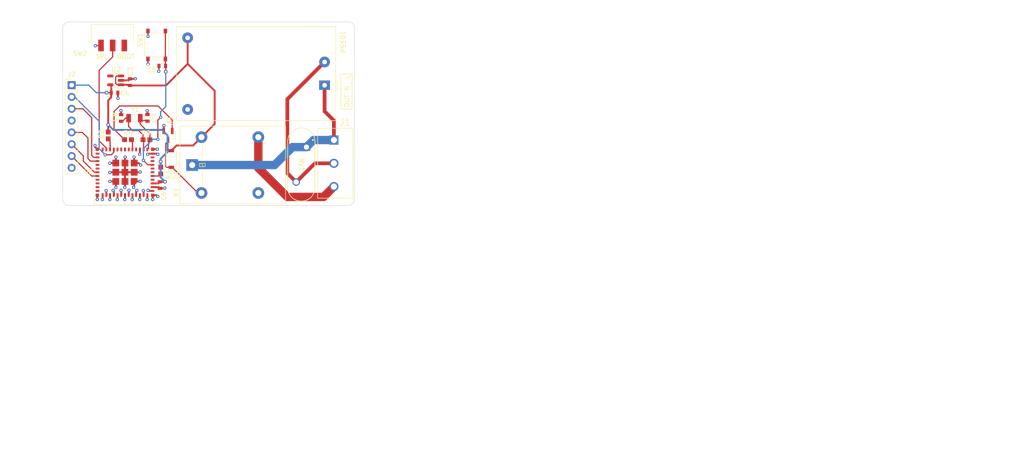
<source format=kicad_pcb>
(kicad_pcb (version 20221018) (generator pcbnew)
  (layers (0 "F.Cu" signal "L1_TOP.Cu") (1 "In1.Cu" signal "L2_GND.Cu") (2 "In2.Cu" signal "L3_GND.Cu") (31 "B.Cu" signal "L4_GND.Cu") (34 "B.Paste" user) (35 "F.Paste" user) (36 "B.SilkS" user "B.Silkscreen") (37 "F.SilkS" user "F.Silkscreen") (38 "B.Mask" user) (39 "F.Mask" user) (44 "Edge.Cuts" user))
  (net 0 "")
  (net 1 "+5V")
  (net 2 "GND")
  (net 3 "+3V3")
  (net 4 "/EN")
  (net 5 "/32K_IN")
  (net 6 "/32K_OUT")
  (net 7 "Net-(D1-A)")
  (net 8 "/AC_IN_L")
  (net 9 "/AC_IN_N")
  (net 13 "/RXD0")
  (net 14 "/TXD0")
  (net 15 "/IO10")
  (net 16 "/IO18")
  (net 17 "/IO19")
  (net 18 "/AC_OUT_L")
  (net 20 "/AC_ON")
  (net 21 "/IO8")
  (net 22 "/IO2")
  (net 24 "/IO9")
  (net 41 "/IO7")
  (footprint "parts:RESC1607X60N" (layer "F.Cu") (at 65.524985 92.645066 -90)
    (fp_text reference "R3" (at 0.965 -1.775 -90) (layer "F.SilkS"))
    (fp_text value "10K")
    (pad "1" smd rect (at -0.735 0 270) (size 1.04 1.02) (layers "F.Cu" "F.Paste" "F.Mask") (net 3 "+3V3"))
    (pad "2" smd rect (at 0.735 0 270) (size 1.04 1.02) (layers "F.Cu" "F.Paste" "F.Mask") (net 22 "/IO2"))
  )
  (footprint "parts:CAPC1608X90N_SAMSUNG" (layer "F.Cu") (at 57.024985 81.335066 90)
    (fp_text reference "C8" (at 0.225 -1.325 90) (layer "F.SilkS"))
    (fp_text value "6P")
    (pad "1" smd rect (at -0.7112 0 90) (size 0.6604 0.9398) (layers "F.Cu" "F.Paste" "F.Mask") (net 6 "/32K_OUT"))
    (pad "2" smd rect (at 0.7112 0 90) (size 0.6604 0.9398) (layers "F.Cu" "F.Paste" "F.Mask") (net 2 "GND"))
  )
  (footprint "parts:RESC1607X60N" (layer "F.Cu") (at 62.454985 86.010066)
    (fp_text reference "R5" (at -0.155 -1.4) (layer "F.SilkS"))
    (fp_text value "10K")
    (pad "1" smd rect (at -0.735 0) (size 1.04 1.02) (layers "F.Cu" "F.Paste" "F.Mask") (net 6 "/32K_OUT"))
    (pad "2" smd rect (at 0.735 0) (size 1.04 1.02) (layers "F.Cu" "F.Paste" "F.Mask") (net 5 "/32K_IN"))
  )
  (footprint "MountingHole:MountingHole_2.7mm_M2.5" (layer "F.Cu") (at 47.299985 63.510066)
    (fp_text reference "H1" hide)
    (fp_text value "MountingHole" hide)
    (pad "" np_thru_hole circle (at 0 0) (size 2.7 2.7) (drill 2.7) (layers "*.Cu" "*.Mask"))
  )
  (footprint "parts:CAPC1608X90N_SAMSUNG" (layer "F.Cu") (at 65.849985 70.160066 180)
    (fp_text reference "C5" (at 2.25 -0.85 180) (layer "F.SilkS"))
    (fp_text value "1u")
    (pad "1" smd rect (at -0.7112 0 180) (size 0.6604 0.9398) (layers "F.Cu" "F.Paste" "F.Mask") (net 4 "/EN"))
    (pad "2" smd rect (at 0.7112 0 180) (size 0.6604 0.9398) (layers "F.Cu" "F.Paste" "F.Mask") (net 2 "GND"))
  )
  (footprint "parts:SW_TS-1187A-B-A-B" (layer "F.Cu") (at 64.649985 65.660066 90)
    (fp_text reference "SW1" (at 1.05 -3.55 90) (layer "F.SilkS"))
    (fp_text value "TS-1187A-B-A-B" hide)
    (pad "A" smd rect (at -3 -1.875 90) (size 1 0.75) (layers "F.Cu" "F.Paste" "F.Mask") (net 2 "GND"))
    (pad "B" smd rect (at 3 -1.875 90) (size 1 0.75) (layers "F.Cu" "F.Paste" "F.Mask") (net 2 "GND"))
    (pad "C" smd rect (at -3 1.875 90) (size 1 0.75) (layers "F.Cu" "F.Paste" "F.Mask") (net 4 "/EN"))
    (pad "D" smd rect (at 3 1.875 90) (size 1 0.75) (layers "F.Cu" "F.Paste" "F.Mask") (net 4 "/EN"))
  )
  (footprint "parts:CAPC1608X90N_SAMSUNG" (layer "F.Cu") (at 55.601285 75.935066)
    (fp_text reference "C4" (at 2.1987 0.075) (layer "F.SilkS"))
    (fp_text value "1u")
    (pad "1" smd rect (at -0.7112 0) (size 0.6604 0.9398) (layers "F.Cu" "F.Paste" "F.Mask") (net 3 "+3V3"))
    (pad "2" smd rect (at 0.7112 0) (size 0.6604 0.9398) (layers "F.Cu" "F.Paste" "F.Mask") (net 2 "GND"))
  )
  (footprint "parts:CR_SOD-123FL_SME" (layer "F.Cu") (at 67.799985 90.160066 -90)
    (fp_text reference "D1" (at 3.45 -0.9 90 unlocked) (layer "F.SilkS"))
    (fp_text value "1N4007FL" hide)
    (pad "1" smd rect (at -1.7907 0 270) (size 0.6858 1.1938) (layers "F.Cu" "F.Paste" "F.Mask") (net 1 "+5V"))
    (pad "2" smd rect (at 1.7907 0 270) (size 0.6858 1.1938) (layers "F.Cu" "F.Paste" "F.Mask") (net 7 "Net-(D1-A)"))
  )
  (footprint "parts:VARS_B72214S_15P5X5P6-7P5-2P2_TDK" (layer "F.Cu") (at 95.699985 91.360066 -90)
    (fp_text reference "RV1" (at 0 0 -90 unlocked) (layer "F.SilkS"))
    (fp_text value "S14K350" hide)
    (pad "1" thru_hole rect (at -3.75 -1.1 270) (size 1.6002 1.6002) (drill 1.0922) (layers "*.Cu" "*.Mask") (net 8 "/AC_IN_L"))
    (pad "2" thru_hole circle (at 3.75 1.1 270) (size 1.6002 1.6002) (drill 1.0922) (layers "*.Cu" "*.Mask") (net 9 "/AC_IN_N"))
  )
  (footprint "parts:CUI_TB002-500-03BE" (layer "F.Cu") (at 102.699985 86.085066 -90)
    (fp_text reference "J1" (at -3.775 -2.4) (layer "F.SilkS") (effects (font (size 1.4 1.4))))
    (fp_text value "TB002-500-03BE" hide)
    (pad "1" thru_hole rect (at 0 0 270) (size 1.95 1.95) (drill 1.3) (layers "*.Cu" "*.Mask") (net 8 "/AC_IN_L"))
    (pad "2" thru_hole circle (at 5 0 270) (size 1.95 1.95) (drill 1.3) (layers "*.Cu" "*.Mask") (net 9 "/AC_IN_N"))
    (pad "3" thru_hole circle (at 10 0 270) (size 1.95 1.95) (drill 1.3) (layers "*.Cu" "*.Mask") (net 18 "/AC_OUT_L"))
  )
  (footprint "parts:CAPC1608X90N_SAMSUNG" (layer "F.Cu") (at 58.912485 73.646266 90)
    (fp_text reference "C3" (at 2.3362 0.0875 90) (layer "F.SilkS"))
    (fp_text value "1u")
    (pad "1" smd rect (at -0.7112 0 90) (size 0.6604 0.9398) (layers "F.Cu" "F.Paste" "F.Mask") (net 1 "+5V"))
    (pad "2" smd rect (at 0.7112 0 90) (size 0.6604 0.9398) (layers "F.Cu" "F.Paste" "F.Mask") (net 2 "GND"))
  )
  (footprint "parts:CAPC1608X90N_SAMSUNG" (layer "F.Cu") (at 65.349985 95.760066 -90)
    (fp_text reference "C6" (at 2.35 -0.85 -90) (layer "F.SilkS"))
    (fp_text value "1u")
    (pad "1" smd rect (at -0.7112 0 270) (size 0.6604 0.9398) (layers "F.Cu" "F.Paste" "F.Mask") (net 3 "+3V3"))
    (pad "2" smd rect (at 0.7112 0 270) (size 0.6604 0.9398) (layers "F.Cu" "F.Paste" "F.Mask") (net 2 "GND"))
  )
  (footprint "parts:SW_JS102011SAQN" (layer "F.Cu") (at 55.199985 63.010066 180)
    (fp_text reference "SW2" (at 7 -4.5) (layer "F.SilkS"))
    (fp_text value "SW_SPDT" hide)
    (pad "" np_thru_hole circle (at -3.4 0 180) (size 1 1) (drill 1) (layers "*.Cu" "*.Mask"))
    (pad "" np_thru_hole circle (at 3.4 0 180) (size 1 1) (drill 1) (layers "*.Cu" "*.Mask"))
    (pad "1" smd rect (at -2.5 -2.75 180) (size 1.2 2.5) (layers "F.Cu" "F.Paste" "F.Mask"))
    (pad "2" smd rect (at 0 -2.75 180) (size 1.2 2.5) (layers "F.Cu" "F.Paste" "F.Mask") (net 24 "/IO9"))
    (pad "3" smd rect (at 2.5 -2.75 180) (size 1.2 2.5) (layers "F.Cu" "F.Paste" "F.Mask") (net 2 "GND"))
  )
  (footprint "parts:RESC1607X60N" (layer "F.Cu") (at 54.249985 85.100066 -90)
    (fp_text reference "R2" (at -0.26 1.45 -90) (layer "F.SilkS"))
    (fp_text value "10K")
    (pad "1" smd rect (at -0.735 0 270) (size 1.04 1.02) (layers "F.Cu" "F.Paste" "F.Mask") (net 3 "+3V3"))
    (pad "2" smd rect (at 0.735 0 270) (size 1.04 1.02) (layers "F.Cu" "F.Paste" "F.Mask") (net 21 "/IO8"))
  )
  (footprint "Converter_ACDC:Converter_ACDC_HiLink_HLK-PMxx" (layer "F.Cu") (at 100.699985 74.310066 180)
    (fp_text reference "PS101" (at -4 9.3 270) (layer "F.SilkS"))
    (fp_text value "HLK-PM01" hide)
    (pad "1" thru_hole rect (at 0 0 180) (size 2.3 2) (drill 1) (layers "*.Cu" "*.Mask") (net 8 "/AC_IN_L"))
    (pad "2" thru_hole circle (at 0 5 180) (size 2.3 2.3) (drill 1) (layers "*.Cu" "*.Mask") (net 9 "/AC_IN_N"))
    (pad "3" thru_hole circle (at 29.4 -5.2 180) (size 2.3 2.3) (drill 1) (layers "*.Cu" "*.Mask") (net 2 "GND"))
    (pad "4" thru_hole circle (at 29.4 10.2 180) (size 2.3 2.3) (drill 1) (layers "*.Cu" "*.Mask") (net 1 "+5V"))
  )
  (footprint "Connector_PinHeader_2.54mm:PinHeader_1x08_P2.54mm_Vertical" (layer "F.Cu") (at 46.399985 74.285066)
    (fp_text reference "J2" (at 0 -2.33) (layer "F.SilkS"))
    (fp_text value "Conn_01x14" hide)
    (pad "1" thru_hole rect (at 0 0) (size 1.7 1.7) (drill 1) (layers "*.Cu" "*.Mask") (net 3 "+3V3"))
    (pad "2" thru_hole oval (at 0 2.54) (size 1.7 1.7) (drill 1) (layers "*.Cu" "*.Mask") (net 41 "/IO7"))
    (pad "3" thru_hole oval (at 0 5.08) (size 1.7 1.7) (drill 1) (layers "*.Cu" "*.Mask") (net 16 "/IO18"))
    (pad "4" thru_hole oval (at 0 7.62) (size 1.7 1.7) (drill 1) (layers "*.Cu" "*.Mask") (net 2 "GND"))
    (pad "5" thru_hole oval (at 0 10.16) (size 1.7 1.7) (drill 1) (layers "*.Cu" "*.Mask") (net 17 "/IO19"))
    (pad "6" thru_hole oval (at 0 12.7) (size 1.7 1.7) (drill 1) (layers "*.Cu" "*.Mask") (net 13 "/RXD0"))
    (pad "7" thru_hole oval (at 0 15.24) (size 1.7 1.7) (drill 1) (layers "*.Cu" "*.Mask") (net 14 "/TXD0"))
    (pad "8" thru_hole oval (at 0 17.78) (size 1.7 1.7) (drill 1) (layers "*.Cu" "*.Mask") (net 2 "GND"))
  )
  (footprint "parts:XCVR_ESP32-C3-MINI-1U-N4" (layer "F.Cu") (at 57.849985 93.010066 180)
    (fp_text reference "U3" (at 7.85 0.1 180) (layer "F.SilkS"))
    (fp_text value "ESP32-C3-MINI-1U-H4" hide)
    (pad "1" smd rect (at -5.9 -4 180) (size 0.8 0.4) (layers "F.Cu" "F.Paste" "F.Mask") (net 2 "GND"))
    (pad "2" smd rect (at -5.9 -3.2 180) (size 0.8 0.4) (layers "F.Cu" "F.Paste" "F.Mask") (net 2 "GND"))
    (pad "3" smd rect (at -5.9 -2.4 180) (size 0.8 0.4) (layers "F.Cu" "F.Paste" "F.Mask") (net 3 "+3V3"))
    (pad "4" smd rect (at -5.9 -1.6 180) (size 0.8 0.4) (layers "F.Cu" "F.Paste" "F.Mask"))
    (pad "5" smd rect (at -5.9 -0.8 180) (size 0.8 0.4) (layers "F.Cu" "F.Paste" "F.Mask") (net 22 "/IO2"))
    (pad "6" smd rect (at -5.9 0 180) (size 0.8 0.4) (layers "F.Cu" "F.Paste" "F.Mask"))
    (pad "7" smd rect (at -5.9 0.8 180) (size 0.8 0.4) (layers "F.Cu" "F.Paste" "F.Mask"))
    (pad "8" smd rect (at -5.9 1.6 180) (size 0.8 0.4) (layers "F.Cu" "F.Paste" "F.Mask") (net 4 "/EN"))
    (pad "9" smd rect (at -5.9 2.4 180) (size 0.8 0.4) (layers "F.Cu" "F.Paste" "F.Mask"))
    (pad "10" smd rect (at -5.9 3.2 180) (size 0.8 0.4) (layers "F.Cu" "F.Paste" "F.Mask"))
    (pad "11" smd rect (at -5.9 4 180) (size 0.8 0.4) (layers "F.Cu" "F.Paste" "F.Mask") (net 2 "GND"))
    (pad "12" smd rect (at -4.8 4.9 180) (size 0.4 0.8) (layers "F.Cu" "F.Paste" "F.Mask") (net 5 "/32K_IN"))
    (pad "13" smd rect (at -4 4.9 180) (size 0.4 0.8) (layers "F.Cu" "F.Paste" "F.Mask") (net 6 "/32K_OUT"))
    (pad "14" smd rect (at -3.2 4.9 180) (size 0.4 0.8) (layers "F.Cu" "F.Paste" "F.Mask") (net 2 "GND"))
    (pad "15" smd rect (at -2.4 4.9 180) (size 0.4 0.8) (layers "F.Cu" "F.Paste" "F.Mask"))
    (pad "16" smd rect (at -1.6 4.9 180) (size 0.4 0.8) (layers "F.Cu" "F.Paste" "F.Mask") (net 15 "/IO10"))
    (pad "17" smd rect (at -0.8 4.9 180) (size 0.4 0.8) (layers "F.Cu" "F.Paste" "F.Mask"))
    (pad "18" smd rect (at 0 4.9 180) (size 0.4 0.8) (layers "F.Cu" "F.Paste" "F.Mask"))
    (pad "19" smd rect (at 0.8 4.9 180) (size 0.4 0.8) (layers "F.Cu" "F.Paste" "F.Mask"))
    (pad "20" smd rect (at 1.6 4.9 180) (size 0.4 0.8) (layers "F.Cu" "F.Paste" "F.Mask"))
    (pad "21" smd rect (at 2.4 4.9 180) (size 0.4 0.8) (layers "F.Cu" "F.Paste" "F.Mask") (net 41 "/IO7"))
    (pad "22" smd rect (at 3.2 4.9 180) (size 0.4 0.8) (layers "F.Cu" "F.Paste" "F.Mask") (net 21 "/IO8"))
    (pad "23" smd rect (at 4 4.9 180) (size 0.4 0.8) (layers "F.Cu" "F.Paste" "F.Mask") (net 24 "/IO9"))
    (pad "24" smd rect (at 4.8 4.9 180) (size 0.4 0.8) (layers "F.Cu" "F.Paste" "F.Mask"))
    (pad "25" smd rect (at 5.9 4 180) (size 0.8 0.4) (layers "F.Cu" "F.Paste" "F.Mask"))
    (pad "26" smd rect (at 5.9 3.2 180) (size 0.8 0.4) (layers "F.Cu" "F.Paste" "F.Mask") (net 16 "/IO18"))
    (pad "27" smd rect (at 5.9 2.4 180) (size 0.8 0.4) (layers "F.Cu" "F.Paste" "F.Mask") (net 17 "/IO19"))
    (pad "28" smd rect (at 5.9 1.6 180) (size 0.8 0.4) (layers "F.Cu" "F.Paste" "F.Mask"))
    (pad "29" smd rect (at 5.9 0.8 180) (size 0.8 0.4) (layers "F.Cu" "F.Paste" "F.Mask"))
    (pad "30" smd rect (at 5.9 0 180) (size 0.8 0.4) (layers "F.Cu" "F.Paste" "F.Mask") (net 13 "/RXD0"))
    (pad "31" smd rect (at 5.9 -0.8 180) (size 0.8 0.4) (layers "F.Cu" "F.Paste" "F.Mask") (net 14 "/TXD0"))
    (pad "32" smd rect (at 5.9 -1.6 180) (size 0.8 0.4) (layers "F.Cu" "F.Paste" "F.Mask"))
    (pad "33" smd rect (at 5.9 -2.4 180) (size 0.8 0.4) (layers "F.Cu" "F.Paste" "F.Mask"))
    (pad "34" smd rect (at 5.9 -3.2 180) (size 0.8 0.4) (layers "F.Cu" "F.Paste" "F.Mask"))
    (pad "35" smd rect (at 5.9 -4 180) (size 0.8 0.4) (layers "F.Cu" "F.Paste" "F.Mask"))
    (pad "36" smd rect (at 4.8 -4.9 180) (size 0.4 0.8) (layers "F.Cu" "F.Paste" "F.Mask") (net 2 "GND"))
    (pad "37" smd rect (at 4 -4.9 180) (size 0.4 0.8) (layers "F.Cu" "F.Paste" "F.Mask") (net 2 "GND"))
    (pad "38" smd rect (at 3.2 -4.9 180) (size 0.4 0.8) (layers "F.Cu" "F.Paste" "F.Mask") (net 2 "GND"))
    (pad "39" smd rect (at 2.4 -4.9 180) (size 0.4 0.8) (layers "F.Cu" "F.Paste" "F.Mask") (net 2 "GND"))
    (pad "40" smd rect (at 1.6 -4.9 180) (size 0.4 0.8) (layers "F.Cu" "F.Paste" "F.Mask") (net 2 "GND"))
    (pad "41" smd rect (at 0.8 -4.9 180) (size 0.4 0.8) (layers "F.Cu" "F.Paste" "F.Mask") (net 2 "GND"))
    (pad "42" smd rect (at 0 -4.9 180) (size 0.4 0.8) (layers "F.Cu" "F.Paste" "F.Mask") (net 2 "GND"))
    (pad "43" smd rect (at -0.8 -4.9 180) (size 0.4 0.8) (layers "F.Cu" "F.Paste" "F.Mask") (net 2 "GND"))
    (pad "44" smd rect (at -1.6 -4.9 180) (size 0.4 0.8) (layers "F.Cu" "F.Paste" "F.Mask") (net 2 "GND"))
    (pad "45" smd rect (at -2.4 -4.9 180) (size 0.4 0.8) (layers "F.Cu" "F.Paste" "F.Mask") (net 2 "GND"))
    (pad "46" smd rect (at -3.2 -4.9 180) (size 0.4 0.8) (layers "F.Cu" "F.Paste" "F.Mask") (net 2 "GND"))
    (pad "47" smd rect (at -4 -4.9 180) (size 0.4 0.8) (layers "F.Cu" "F.Paste" "F.Mask") (net 2 "GND"))
    (pad "48" smd rect (at -4.8 -4.9 180) (size 0.4 0.8) (layers "F.Cu" "F.Paste" "F.Mask") (net 2 "GND"))
    (pad "49_1" smd custom (at -1.975 -1.975 180) (size 0.6 0.6) (layers "F.Cu") (net 2 "GND") (options (clearance outline) (anchor rect)) (primitives (gr_poly (pts (xy 0.725 0.725) (xy -0.725 0.725) (xy -0.725 -0.125) (xy -0.125 -0.725) (xy 0.725 -0.725)) (width 0.01) (fill yes))))
    (pad "49_2" smd rect (at 0 -1.975 180) (size 1.45 1.45) (layers "F.Cu" "F.Paste" "F.Mask") (net 2 "GND"))
    (pad "49_3" smd rect (at 1.975 -1.975 180) (size 1.45 1.45) (layers "F.Cu" "F.Paste" "F.Mask") (net 2 "GND"))
    (pad "49_4" smd rect (at 1.975 0 180) (size 1.45 1.45) (layers "F.Cu" "F.Paste" "F.Mask") (net 2 "GND"))
    (pad "49_5" smd rect (at 1.975 1.975 180) (size 1.45 1.45) (layers "F.Cu" "F.Paste" "F.Mask") (net 2 "GND"))
    (pad "49_6" smd rect (at 0 1.975 180) (size 1.45 1.45) (layers "F.Cu" "F.Paste" "F.Mask") (net 2 "GND"))
    (pad "49_7" smd rect (at -1.975 1.975 180) (size 1.45 1.45) (layers "F.Cu" "F.Paste" "F.Mask") (net 2 "GND"))
    (pad "49_8" smd rect (at -1.975 0 180) (size 1.45 1.45) (layers "F.Cu" "F.Paste" "F.Mask") (net 2 "GND"))
    (pad "49_9" smd rect (at 0 0 180) (size 1.45 1.45) (layers "F.Cu" "F.Paste" "F.Mask") (net 2 "GND"))
    (pad "50" smd rect (at 5.95 -4.95 180) (size 0.7 0.7) (layers "F.Cu" "F.Paste" "F.Mask") (net 2 "GND"))
    (pad "51" smd rect (at 5.95 4.95 180) (size 0.7 0.7) (layers "F.Cu" "F.Paste" "F.Mask") (net 2 "GND"))
    (pad "52" smd rect (at -5.95 4.95 180) (size 0.7 0.7) (layers "F.Cu" "F.Paste" "F.Mask") (net 2 "GND"))
    (pad "53" smd rect (at -5.95 -4.95 180) (size 0.7 0.7) (layers "F.Cu" "F.Paste" "F.Mask") (net 2 "GND"))
  )
  (footprint "MountingHole:MountingHole_2.7mm_M2.5" (layer "F.Cu") (at 47.499985 97.110066)
    (fp_text reference "H2" hide)
    (fp_text value "MountingHole" hide)
    (pad "" np_thru_hole circle (at 0 0) (size 2.7 2.7) (drill 2.7) (layers "*.Cu" "*.Mask"))
  )
  (footprint "parts:CAPC1608X90N_SAMSUNG" (layer "F.Cu") (at 62.674985 81.310066 90)
    (fp_text reference "C7" (at 0 1.525 90) (layer "F.SilkS"))
    (fp_text value "6P")
    (pad "1" smd rect (at -0.7112 0 90) (size 0.6604 0.9398) (layers "F.Cu" "F.Paste" "F.Mask") (net 5 "/32K_IN"))
    (pad "2" smd rect (at 0.7112 0 90) (size 0.6604 0.9398) (layers "F.Cu" "F.Paste" "F.Mask") (net 2 "GND"))
  )
  (footprint "Relay_THT:Relay_SPDT_Omron-G5LE-1" (layer "F.Cu") (at 72.272485 91.460066 90)
    (fp_text reference "K1" (at -5.85 -3.4725 90) (layer "F.SilkS"))
    (fp_text value "G5LE-14 DC5" hide)
    (pad "1" thru_hole rect (at 0 0 90) (size 2.5 2.5) (drill 1.3) (layers "*.Cu" "*.Mask") (net 8 "/AC_IN_L"))
    (pad "2" thru_hole oval (at -6 2 90) (size 2.5 2.5) (drill 1.3) (layers "*.Cu" "*.Mask") (net 7 "Net-(D1-A)"))
    (pad "3" thru_hole oval (at -6 14.2 90) (size 2.5 2.5) (drill 1.3) (layers "*.Cu" "*.Mask"))
    (pad "4" thru_hole oval (at 6 14.2 90) (size 2.5 2.5) (drill 1.3) (layers "*.Cu" "*.Mask") (net 18 "/AC_OUT_L"))
    (pad "5" thru_hole oval (at 6 2 90) (size 2.5 2.5) (drill 1.3) (layers "*.Cu" "*.Mask") (net 1 "+5V"))
  )
  (footprint "parts:RESC1607X60N" (layer "F.Cu") (at 58.499985 86.010066)
    (fp_text reference "R4" (at 0 -1.4) (layer "F.SilkS"))
    (fp_text value "10K")
    (pad "1" smd rect (at -0.735 0) (size 1.04 1.02) (layers "F.Cu" "F.Paste" "F.Mask") (net 20 "/AC_ON"))
    (pad "2" smd rect (at 0.735 0) (size 1.04 1.02) (layers "F.Cu" "F.Paste" "F.Mask") (net 15 "/IO10"))
  )
  (footprint "parts:DMN65D8L-7_MOSFET" (layer "F.Cu") (at 67.074985 85.094666 180)
    (fp_text reference "Q1" (at -0.625 3.244666 180) (layer "F.SilkS"))
    (fp_text value "Q_NMOS_GSD" hide)
    (pad "1" smd rect (at -0.914999 0.9398 180) (size 0.568 1.309599) (layers "F.Cu" "F.Paste" "F.Mask") (net 20 "/AC_ON"))
    (pad "2" smd rect (at 0.914999 0.9398 180) (size 0.568 1.309599) (layers "F.Cu" "F.Paste" "F.Mask") (net 2 "GND"))
    (pad "3" smd rect (at 0 -0.9398 180) (size 0.568 1.309599) (layers "F.Cu" "F.Paste" "F.Mask") (net 7 "Net-(D1-A)"))
  )
  (footprint "parts:XTAL_FC-135R_32.7680KA-AG0" (layer "F.Cu") (at 59.874985 81.385066)
    (fp_text reference "Y1" (at 0.125 -1.875) (layer "F.SilkS") (effects (font (size 0.940087 0.940087))))
    (fp_text value "32K768" hide)
    (pad "1" smd rect (at -1.25 0) (size 1 1.8) (layers "F.Cu" "F.Paste" "F.Mask") (net 6 "/32K_OUT"))
    (pad "2" smd rect (at 1.25 0) (size 1 1.8) (layers "F.Cu" "F.Paste" "F.Mask") (net 5 "/32K_IN"))
  )
  (footprint "Package_TO_SOT_SMD:SOT-23-5" (layer "F.Cu") (at 55.837485 73.260066 180)
    (fp_text reference "U2" (at -0.0625 2.35 180) (layer "F.SilkS"))
    (fp_text value "AP2112K-3.3TRG1" hide)
    (pad "1" smd roundrect (at -1.1375 -0.95 180) (size 1.325 0.6) (layers "F.Cu" "F.Paste" "F.Mask") (net 1 "+5V"))
    (pad "2" smd roundrect (at -1.1375 0 180) (size 1.325 0.6) (layers "F.Cu" "F.Paste" "F.Mask") (net 2 "GND"))
    (pad "3" smd roundrect (at -1.1375 0.95 180) (size 1.325 0.6) (layers "F.Cu" "F.Paste" "F.Mask") (net 1 "+5V"))
    (pad "4" smd roundrect (at 1.1375 0.95 180) (size 1.325 0.6) (layers "F.Cu" "F.Paste" "F.Mask"))
    (pad "5" smd roundrect (at 1.1375 -0.95 180) (size 1.325 0.6) (layers "F.Cu" "F.Paste" "F.Mask") (net 3 "+3V3"))
  )
  (gr_rect (start 104.199985 71.910066) (end 106.599985 79.410066) (stroke (width 0.15)) (fill none) (layer "F.SilkS"))
  (gr_line (start 107.099984 62.003385) (end 107.110036 98.760066) (stroke (width 0.1)) (layer "Edge.Cuts"))
  (gr_arc (start 45.889934 100.160066) (mid 44.899982 99.750004) (end 44.489934 98.760066) (stroke (width 0.1)) (layer "Edge.Cuts"))
  (gr_line (start 105.710036 100.160066) (end 45.889934 100.160066) (stroke (width 0.1)) (layer "Edge.Cuts"))
  (gr_line (start 44.489934 98.760066) (end 44.489934 62.100001) (stroke (width 0.1)) (layer "Edge.Cuts"))
  (gr_arc (start 107.110036 98.760066) (mid 106.699983 99.749998) (end 105.710036 100.160066) (stroke (width 0.1)) (layer "Edge.Cuts"))
  (gr_line (start 45.889934 60.700001) (end 105.899985 60.710066) (stroke (width 0.1)) (layer "Edge.Cuts"))
  (gr_arc (start 105.899985 60.710066) (mid 106.782123 61.094945) (end 107.099984 62.003385) (stroke (width 0.1)) (layer "Edge.Cuts"))
  (gr_arc (start 44.489934 62.100001) (mid 44.899982 61.110035) (end 45.889934 60.700001) (stroke (width 0.1)) (layer "Edge.Cuts"))
  (gr_text "N" (at 106.099985 75.510066 90) (layer "F.SilkS") (effects (font (size 1 1)) (justify left bottom)))
  (gr_text "OUT" (at 106.099985 79.210066 90) (layer "F.SilkS") (effects (font (size 1 1)) (justify left bottom)))
  (gr_text "BOOT" (at 55.999985 68.710066) (layer "F.SilkS") (effects (font (size 1 1)) (justify left bottom)))
  (gr_text "L" (at 106.099985 73.110066 90) (layer "F.SilkS") (effects (font (size 1 1)) (justify left bottom)))
  (gr_text "SPI" (at 51.399985 68.710066) (layer "F.SilkS") (effects (font (size 1 1)) (justify left bottom)))
  (segment (start 56.974985 74.210066) (end 58.765085 74.210066) (width 0.4) (layer "F.Cu") (net 1))
  (segment (start 56.974985 74.210066) (end 56.162485 74.210066) (width 0.25) (layer "F.Cu") (net 1))
  (segment (start 68.909285 87.260066) (end 72.472485 87.260066) (width 0.4) (layer "F.Cu") (net 1))
  (segment (start 77.099985 82.632566) (end 77.099985 75.510066) (width 0.4) (layer "F.Cu") (net 1))
  (segment (start 58.765085 74.210066) (end 58.912485 74.357466) (width 0.4) (layer "F.Cu") (net 1))
  (segment (start 56.099985 72.310066) (end 56.974985 72.310066) (width 0.25) (layer "F.Cu") (net 1))
  (segment (start 77.099985 75.510066) (end 71.299985 69.710066) (width 0.4) (layer "F.Cu") (net 1))
  (segment (start 71.299985 69.710066) (end 66.652585 74.357466) (width 0.4) (layer "F.Cu") (net 1))
  (segment (start 56.162485 74.210066) (end 55.849985 73.897566) (width 0.25) (layer "F.Cu") (net 1))
  (segment (start 72.472485 87.260066) (end 74.272485 85.460066) (width 0.4) (layer "F.Cu") (net 1))
  (segment (start 71.299985 64.110066) (end 71.299985 69.710066) (width 0.4) (layer "F.Cu") (net 1))
  (segment (start 74.272485 85.460066) (end 77.099985 82.632566) (width 0.4) (layer "F.Cu") (net 1))
  (segment (start 67.799985 88.369366) (end 68.909285 87.260066) (width 0.4) (layer "F.Cu") (net 1))
  (segment (start 55.849985 73.897566) (end 55.849985 72.560066) (width 0.25) (layer "F.Cu") (net 1))
  (segment (start 66.652585 74.357466) (end 58.912485 74.357466) (width 0.4) (layer "F.Cu") (net 1))
  (segment (start 55.849985 72.560066) (end 56.099985 72.310066) (width 0.25) (layer "F.Cu") (net 1))
  (segment (start 54.624985 91.035066) (end 54.599985 91.060066) (width 0.4) (layer "F.Cu") (net 2))
  (segment (start 62.799985 69.760066) (end 62.774985 69.735066) (width 0.25) (layer "F.Cu") (net 2))
  (segment (start 61.849985 97.010066) (end 61.799985 96.960066) (width 0.4) (layer "F.Cu") (net 2))
  (segment (start 59.824985 93.010066) (end 61.049985 93.010066) (width 0.4) (layer "F.Cu") (net 2))
  (segment (start 53.049985 97.910066) (end 53.049985 98.810066) (width 0.4) (layer "F.Cu") (net 2))
  (segment (start 57.049985 97.910066) (end 57.049985 96.960066) (width 0.4) (layer "F.Cu") (net 2))
  (segment (start 59.824985 91.035066) (end 59.824985 89.785066) (width 0.4) (layer "F.Cu") (net 2))
  (segment (start 57.024985 79.785066) (end 56.999985 79.760066) (width 0.4) (layer "F.Cu") (net 2))
  (segment (start 64.649985 97.960066) (end 64.899985 98.210066) (width 0.4) (layer "F.Cu") (net 2))
  (segment (start 54.624985 94.985066) (end 54.599985 94.960066) (width 0.4) (layer "F.Cu") (net 2))
  (segment (start 63.799985 88.060066) (end 64.799985 88.060066) (width 0.4) (layer "F.Cu") (net 2))
  (segment (start 61.049985 88.110066) (end 61.049985 89.060066) (width 0.4) (layer "F.Cu") (net 2))
  (segment (start 65.138785 70.160066) (end 65.138785 71.271266) (width 0.25) (layer "F.Cu") (net 2))
  (segment (start 53.049985 98.810066) (end 52.999985 98.860066) (width 0.4) (layer "F.Cu") (net 2))
  (segment (start 57.849985 96.210066) (end 57.799985 96.260066) (width 0.4) (layer "F.Cu") (net 2))
  (segment (start 66.159986 84.154866) (end 66.159986 83.000065) (width 0.4) (layer "F.Cu") (net 2))
  (segment (start 55.874985 91.035066) (end 55.874985 89.785066) (width 0.4) (layer "F.Cu") (net 2))
  (segment (start 63.799985 97.960066) (end 64.649985 97.960066) (width 0.4) (layer "F.Cu") (net 2))
  (segment (start 65.138785 71.271266) (end 65.099985 71.310066) (width 0.25) (layer "F.Cu") (net 2))
  (segment (start 61.074985 94.985066) (end 61.099985 94.960066) (width 0.4) (layer "F.Cu") (net 2))
  (segment (start 62.774985 69.735066) (end 62.774985 68.660066) (width 0.25) (layer "F.Cu") (net 2))
  (segment (start 56.974985 73.260066) (end 58.587485 73.260066) (width 0.4) (layer "F.Cu") (net 2))
  (segment (start 54.649985 97.910066) (end 54.649985 98.810066) (width 0.4) (layer "F.Cu") (net 2))
  (segment (start 56.349985 77.097566) (end 56.312485 77.060066) (width 0.4) (layer "F.Cu") (net 2))
  (segment (start 60.249985 97.060066) (end 60.399985 96.910066) (width 0.4) (layer "F.Cu") (net 2))
  (segment (start 58.649985 97.910066) (end 58.649985 96.960066) (width 0.4) (layer "F.Cu") (net 2))
  (segment (start 58.587485 73.260066) (end 58.912485 72.935066) (width 0.4) (layer "F.Cu") (net 2))
  (segment (start 62.649985 97.910066) (end 62.649985 98.810066) (width 0.4) (layer "F.Cu") (net 2))
  (segment (start 57.849985 94.985066) (end 57.849985 93.010066) (width 0.4) (layer "F.Cu") (net 2))
  (segment (start 62.674985 79.835066) (end 62.599985 79.760066) (width 0.4) (layer "F.Cu") (net 2))
  (segment (start 65.349985 96.471266) (end 66.338785 96.471266) (width 0.4) (layer "F.Cu") (net 2))
  (segment (start 51.549985 65.760066) (end 52.699985 65.760066) (width 0.25) (layer "F.Cu") (net 2))
  (segment (start 59.824985 89.785066) (end 59.799985 89.760066) (width 0.4) (layer "F.Cu") (net 2))
  (segment (start 57.049985 96.960066) (end 56.999985 96.910066) (width 0.4) (layer "F.Cu") (net 2))
  (segment (start 57.849985 94.985066) (end 57.849985 96.210066) (width 0.4) (layer "F.Cu") (net 2))
  (segment (start 59.449985 98.810066) (end 59.399985 98.860066) (width 0.4) (layer "F.Cu") (net 2))
  (segment (start 60.249985 97.910066) (end 60.249985 97.060066) (width 0.4) (layer "F.Cu") (net 2))
  (segment (start 61.049985 97.910066) (end 61.049985 98.810066) (width 0.4) (layer "F.Cu") (net 2))
  (segment (start 61.849985 97.910066) (end 61.849985 97.010066) (width 0.4) (layer "F.Cu") (net 2))
  (segment (start 55.874985 91.035066) (end 54.624985 91.035066) (width 0.4) (layer "F.Cu") (net 2))
  (segment (start 56.249985 97.910066) (end 56.249985 98.810066) (width 0.4) (layer "F.Cu") (net 2))
  (segment (start 57.849985 93.010066) (end 59.824985 93.010066) (width 0.4) (layer "F.Cu") (net 2))
  (segment (start 54.649985 98.810066) (end 54.599985 98.860066) (width 0.4) (layer "F.Cu") (net 2))
  (segment (start 62.774985 62.660066) (end 62.774985 63.785066) (width 0.25) (layer "F.Cu") (net 2))
  (segment (start 63.799985 97.960066) (end 63.799985 98.860066) (width 0.4) (layer "F.Cu") (net 2))
  (segment (start 55.449985 97.910066) (end 55.449985 97.060066) (width 0.4) (layer "F.Cu") (net 2))
  (segment (start 65.088785 96.210066) (end 65.349985 96.471266) (width 0.4) (layer "F.Cu") (net 2))
  (segment (start 57.849985 91.035066) (end 57.849985 89.810066) (width 0.4) (layer "F.Cu") (net 2))
  (segment (start 62.674985 80.598866) (end 62.674985 79.835066) (width 0.4) (layer "F.Cu") (net 2))
  (segment (start 57.849985 98.810066) (end 57.799985 98.860066) (width 0.4) (layer "F.Cu") (net 2))
  (segment (start 55.874985 93.010066) (end 54.649985 93.010066) (width 0.4) (layer "F.Cu") (net 2))
  (segment (start 59.449985 97.910066) (end 59.449985 98.810066) (width 0.4) (layer "F.Cu") (net 2))
  (segment (start 56.312485 77.060066) (end 56.312485 75.935066) (width 0.4) (layer "F.Cu") (net 2))
  (segment (start 59.824985 96.135066) (end 59.699985 96.260066) (width 0.4) (layer "F.Cu") (net 2))
  (segment (start 55.874985 94.985066) (end 55.874985 96.235066) (width 0.4) (layer "F.Cu") (net 2))
  (segment (start 57.849985 93.010066) (end 57.849985 91.035066) (width 0.4) (layer "F.Cu") (net 2))
  (segment (start 51.899985 97.960066) (end 51.899985 98.860066) (width 0.4) (layer "F.Cu") (net 2))
  (segment (start 64.749985 89.010066) (end 64.899985 89.160066) (width 0.4) (layer "F.Cu") (net 2))
  (segment (start 51.399985 87.560066) (end 51.899985 88.060066) (width 0.4) (layer "F.Cu") (net 2))
  (segment (start 59.824985 94.985066) (end 61.074985 94.985066) (width 0.4) (layer "F.Cu") (net 2))
  (segment (start 66.159986 83.000065) (end 66.199985 82.960066) (width 0.4) (layer "F.Cu") (net 2))
  (segment (start 66.338785 96.471266) (end 66.399985 96.410066) (width 0.4) (layer "F.Cu") (net 2))
  (segment (start 51.499985 65.810066) (end 51.549985 65.760066) (width 0.25) (layer "F.Cu") (net 2))
  (segment (start 61.049985 93.010066) (end 61.099985 92.960066) (width 0.4) (layer "F.Cu") (net 2))
  (segment (start 61.049985 89.060066) (end 60.999985 89.110066) (width 0.4) (layer "F.Cu") (net 2))
  (segment (start 62.774985 63.785066) (end 62.799985 63.810066) (width 0.25) (layer "F.Cu") (net 2))
  (segment (start 53.849985 97.010066) (end 53.799985 96.960066) (width 0.4) (layer "F.Cu") (net 2))
  (segment (start 57.849985 89.810066) (end 57.899985 89.760066) (width 0.4) (layer "F.Cu") (net 2))
  (segment (start 59.824985 91.035066) (end 60.774985 91.035066) (width 0.4) (layer "F.Cu") (net 2))
  (segment (start 62.899985 97.010066) (end 62.799985 96.910066) (width 0.4) (layer "F.Cu") (net 2))
  (segment (start 59.824985 94.985066) (end 59.824985 96.135066) (width 0.4) (layer "F.Cu") (net 2))
  (segment (start 56.249985 98.810066) (end 56.199985 98.860066) (width 0.4) (layer "F.Cu") (net 2))
  (segment (start 63.749985 97.010066) (end 62.899985 97.010066) (width 0.4) (layer "F.Cu") (net 2))
  (segment (start 63.749985 96.210066) (end 65.088785 96.210066) (width 0.4) (layer "F.Cu") (net 2))
  (segment (start 53.849985 97.910066) (end 53.849985 97.010066) (width 0.4) (layer "F.Cu") (net 2))
  (segment (start 54.649985 93.010066) (end 54.599985 93.060066) (width 0.4) (layer "F.Cu") (net 2))
  (segment (start 57.849985 97.910066) (end 57.849985 98.810066) (width 0.4) (layer "F.Cu") (net 2))
  (segment (start 58.912485 72.935066) (end 60.012485 72.935066) (width 0.4) (layer "F.Cu") (net 2))
  (segment (start 55.874985 89.785066) (end 55.899985 89.760066) (width 0.4) (layer "F.Cu") (net 2))
  (segment (start 63.749985 89.010066) (end 62.849985 89.010066) (width 0.4) (layer "F.Cu") (net 2))
  (segment (start 55.874985 96.235066) (end 55.899985 96.260066) (width 0.4) (layer "F.Cu") (net 2))
  (segment (start 61.049985 98.810066) (end 60.999985 98.860066) (width 0.4) (layer "F.Cu") (net 2))
  (segment (start 62.849985 89.010066) (end 62.699985 89.160066) (width 0.4) (layer "F.Cu") (net 2))
  (segment (start 62.649985 98.810066) (end 62.599985 98.860066) (width 0.4) (layer "F.Cu") (net 2))
  (segment (start 60.774985 91.035066) (end 61.199985 91.460066) (width 0.4) (layer "F.Cu") (net 2))
  (segment (start 63.749985 89.010066) (end 64.749985 89.010066) (width 0.4) (layer "F.Cu") (net 2))
  (segment (start 58.649985 96.960066) (end 58.699985 96.910066) (width 0.4) (layer "F.Cu") (net 2))
  (segment (start 57.024985 80.623866) (end 57.024985 79.785066) (width 0.4) (layer "F.Cu") (net 2))
  (segment (start 51.399985 87.260066) (end 51.399985 87.560066) (width 0.4) (layer "F.Cu") (net 2))
  (segment (start 55.449985 97.060066) (end 55.299985 96.910066) (width 0.4) (layer "F.Cu") (net 2))
  (segment (start 57.849985 93.010066) (end 55.874985 93.010066) (width 0.4) (layer "F.Cu") (net 2))
  (segment (start 55.874985 94.985066) (end 54.624985 94.985066) (width 0.4) (layer "F.Cu") (net 2))
  (via (at 57.899985 89.760066) (size 0.7) (drill 0.3) (layers "F.Cu" "B.Cu") (net 2))
  (via (at 54.599985 91.060066) (size 0.7) (drill 0.3) (layers "F.Cu" "B.Cu") (net 2))
  (via (at 53.799985 96.960066) (size 0.7) (drill 0.3) (layers "F.Cu" "B.Cu") (net 2))
  (via (at 55.299985 96.910066) (size 0.7) (drill 0.3) (layers "F.Cu" "B.Cu") (net 2))
  (via (at 54.599985 93.060066) (size 0.7) (drill 0.3) (layers "F.Cu" "B.Cu") (net 2))
  (via (at 62.699985 89.160066) (size 0.7) (drill 0.3) (layers "F.Cu" "B.Cu") (net 2))
  (via (at 54.599985 94.960066) (size 0.7) (drill 0.3) (layers "F.Cu" "B.Cu") (net 2))
  (via (at 62.599985 79.760066) (size 0.7) (drill 0.3) (layers "F.Cu" "B.Cu") (net 2))
  (via (at 66.399985 96.410066) (size 0.7) (drill 0.3) (layers "F.Cu" "B.Cu") (net 2))
  (via (at 56.199985 98.860066) (size 0.7) (drill 0.3) (layers "F.Cu" "B.Cu") (net 2))
  (via (at 59.799985 89.760066) (size 0.7) (drill 0.3) (layers "F.Cu" "B.Cu") (net 2))
  (via (at 51.499985 65.810066) (size 0.7) (drill 0.3) (layers "F.Cu" "B.Cu") (net 2))
  (via (at 51.899985 98.860066) (size 0.7) (drill 0.3) (layers "F.Cu" "B.Cu") (net 2))
  (via (at 61.099985 94.960066) (size 0.7) (drill 0.3) (layers "F.Cu" "B.Cu") (net 2))
  (via (at 51.399985 87.260066) (size 0.7) (drill 0.3) (layers "F.Cu" "B.Cu") (net 2))
  (via (at 56.999985 79.760066) (size 0.7) (drill 0.3) (layers "F.Cu" "B.Cu") (net 2))
  (via (at 63.799985 98.860066) (size 0.7) (drill 0.3) (layers "F.Cu" "B.Cu") (net 2))
  (via (at 60.399985 96.910066) (size 0.7) (drill 0.3) (layers "F.Cu" "B.Cu") (net 2))
  (via (at 61.799985 96.960066) (size 0.7) (drill 0.3) (layers "F.Cu" "B.Cu") (net 2))
  (via (at 66.199985 82.960066) (size 0.7) (drill 0.3) (layers "F.Cu" "B.Cu") (net 2))
  (via (at 52.999985 98.860066) (size 0.7) (drill 0.3) (layers "F.Cu" "B.Cu") (net 2))
  (via (at 56.999985 96.910066) (size 0.7) (drill 0.3) (layers "F.Cu" "B.Cu") (net 2))
  (via (at 55.899985 89.760066) (size 0.7) (drill 0.3) (layers "F.Cu" "B.Cu") (net 2))
  (via (at 64.899985 98.210066) (size 0.7) (drill 0.3) (layers "F.Cu" "B.Cu") (net 2))
  (via (at 60.049985 72.897566) (size 0.7) (drill 0.3) (layers "F.Cu" "B.Cu") (net 2))
  (via (at 57.799985 98.860066) (size 0.7) (drill 0.3) (layers "F.Cu" "B.Cu") (net 2))
  (via (at 58.699985 96.910066) (size 0.7) (drill 0.3) (layers "F.Cu" "B.Cu") (net 2))
  (via (at 61.099985 92.960066) (size 0.7) (drill 0.3) (layers "F.Cu" "B.Cu") (net 2))
  (via (at 59.399985 98.860066) (size 0.7) (drill 0.3) (layers "F.Cu" "B.Cu") (net 2))
  (via (at 60.999985 89.110066) (size 0.7) (drill 0.3) (layers "F.Cu" "B.Cu") (net 2))
  (via (at 54.599985 98.860066) (size 0.7) (drill 0.3) (layers "F.Cu" "B.Cu") (net 2))
  (via (at 64.899985 89.160066) (size 0.7) (drill 0.3) (layers "F.Cu" "B.Cu") (net 2))
  (via (at 57.799985 96.260066) (size 0.7) (drill 0.3) (layers "F.Cu" "B.Cu") (net 2))
  (via (at 62.799985 63.810066) (size 0.7) (drill 0.3) (layers "F.Cu" "B.Cu") (net 2))
  (via (at 62.799985 69.760066) (size 0.7) (drill 0.3) (layers "F.Cu" "B.Cu") (net 2))
  (via (at 62.799985 96.910066) (size 0.7) (drill 0.3) (layers "F.Cu" "B.Cu") (net 2))
  (via (at 61.199985 91.460066) (size 0.7) (drill 0.3) (layers "F.Cu" "B.Cu") (net 2))
  (via (at 56.349985 77.097566) (size 0.7) (drill 0.3) (layers "F.Cu" "B.Cu") (net 2))
  (via (at 60.999985 98.860066) (size 0.7) (drill 0.3) (layers "F.Cu" "B.Cu") (net 2))
  (via (at 64.799985 88.060066) (size 0.7) (drill 0.3) (layers "F.Cu" "B.Cu") (net 2))
  (via (at 59.699985 96.260066) (size 0.7) (drill 0.3) (layers "F.Cu" "B.Cu") (net 2))
  (via (at 55.899985 96.260066) (size 0.7) (drill 0.3) (layers "F.Cu" "B.Cu") (net 2))
  (via (at 62.599985 98.860066) (size 0.7) (drill 0.3) (layers "F.Cu" "B.Cu") (net 2))
  (via (at 65.099985 71.310066) (size 0.7) (drill 0.3) (layers "F.Cu" "B.Cu") (net 2))
  (segment (start 54.249985 77.560066) (end 54.890085 76.919966) (width 0.4) (layer "F.Cu") (net 3))
  (segment (start 54.249985 82.810066) (end 54.249985 77.560066) (width 0.4) (layer "F.Cu") (net 3))
  (segment (start 65.499985 91.885066) (end 65.524985 91.910066) (width 0.4) (layer "F.Cu") (net 3))
  (segment (start 53.899985 75.910066) (end 54.865085 75.910066) (width 0.25) (layer "F.Cu") (net 3))
  (segment (start 54.699985 74.210066) (end 54.912485 74.422566) (width 0.4) (layer "F.Cu") (net 3))
  (segment (start 54.912485 75.912666) (end 54.890085 75.935066) (width 0.4) (layer "F.Cu") (net 3))
  (segment (start 54.249985 84.365066) (end 54.249985 82.810066) (width 0.4) (layer "F.Cu") (net 3))
  (segment (start 54.890085 76.919966) (end 54.890085 75.935066) (width 0.4) (layer "F.Cu") (net 3))
  (segment (start 65.499985 90.710066) (end 65.499985 91.885066) (width 0.4) (layer "F.Cu") (net 3))
  (segment (start 66.438785 95.048866) (end 65.349985 95.048866) (width 0.4) (layer "F.Cu") (net 3))
  (segment (start 54.865085 75.910066) (end 54.890085 75.935066) (width 0.25) (layer "F.Cu") (net 3))
  (segment (start 64.988785 95.410066) (end 65.349985 95.048866) (width 0.4) (layer "F.Cu") (net 3))
  (segment (start 54.912485 74.422566) (end 54.912485 75.912666) (width 0.4) (layer "F.Cu") (net 3))
  (segment (start 63.749985 95.410066) (end 64.988785 95.410066) (width 0.4) (layer "F.Cu") (net 3))
  (via (at 66.438785 95.048866) (size 0.8) (drill 0.4) (layers "F.Cu" "B.Cu") (net 3))
  (via (at 65.499985 90.710066) (size 0.8) (drill 0.4) (layers "F.Cu" "B.Cu") (net 3))
  (via (at 53.899985 75.910066) (size 0.8) (drill 0.4) (layers "F.Cu" "B.Cu") (net 3))
  (via (at 54.249985 82.810066) (size 0.8) (drill 0.4) (layers "F.Cu" "B.Cu") (net 3))
  (segment (start 65.499985 94.110066) (end 65.499985 90.710066) (width 0.4) (layer "B.Cu") (net 3))
  (segment (start 65.499985 90.110066) (end 66.999985 88.610066) (width 0.4) (layer "B.Cu") (net 3))
  (segment (start 66.999985 88.610066) (end 66.999985 85.110066) (width 0.4) (layer "B.Cu") (net 3))
  (segment (start 65.799985 83.910066) (end 55.349985 83.910066) (width 0.4) (layer "B.Cu") (net 3))
  (segment (start 53.899985 75.910066) (end 51.699985 75.910066) (width 0.25) (layer "B.Cu") (net 3))
  (segment (start 65.499985 90.710066) (end 65.499985 90.110066) (width 0.4) (layer "B.Cu") (net 3))
  (segment (start 50.074985 74.285066) (end 46.399985 74.285066) (width 0.25) (layer "B.Cu") (net 3))
  (segment (start 55.349985 83.910066) (end 54.249985 82.810066) (width 0.4) (layer "B.Cu") (net 3))
  (segment (start 66.999985 85.110066) (end 65.799985 83.910066) (width 0.4) (layer "B.Cu") (net 3))
  (segment (start 66.438785 95.048866) (end 65.499985 94.110066) (width 0.4) (layer "B.Cu") (net 3))
  (segment (start 51.699985 75.910066) (end 50.074985 74.285066) (width 0.25) (layer "B.Cu") (net 3))
  (segment (start 62.749985 91.410066) (end 61.799985 90.460066) (width 0.25) (layer "F.Cu") (net 4))
  (segment (start 66.524985 68.660066) (end 66.524985 70.123866) (width 0.25) (layer "F.Cu") (net 4))
  (segment (start 66.561185 70.160066) (end 66.599985 70.198866) (width 0.25) (layer "F.Cu") (net 4))
  (segment (start 66.524985 68.660066) (end 66.524985 62.660066) (width 0.25) (layer "F.Cu") (net 4))
  (segment (start 65.499985 81.210066) (end 64.899985 81.810066) (width 0.25) (layer "F.Cu") (net 4))
  (segment (start 64.899985 81.810066) (end 64.899985 85.910066) (width 0.25) (layer "F.Cu") (net 4))
  (segment (start 63.749985 91.410066) (end 62.749985 91.410066) (width 0.25) (layer "F.Cu") (net 4))
  (segment (start 66.599985 70.198866) (end 66.599985 71.410066) (width 0.25) (layer "F.Cu") (net 4))
  (segment (start 66.524985 70.123866) (end 66.561185 70.160066) (width 0.25) (layer "F.Cu") (net 4))
  (via (at 66.599985 71.410066) (size 0.8) (drill 0.4) (layers "F.Cu" "B.Cu") (net 4))
  (via (at 64.899985 85.910066) (size 0.7) (drill 0.3) (layers "F.Cu" "B.Cu") (net 4))
  (via (at 61.799985 90.460066) (size 0.7) (drill 0.3) (layers "F.Cu" "B.Cu") (net 4))
  (via (at 65.499985 81.210066) (size 0.7) (drill 0.3) (layers "F.Cu" "B.Cu") (net 4))
  (segment (start 66.599985 78.910066) (end 66.599985 71.410066) (width 0.25) (layer "B.Cu") (net 4))
  (segment (start 65.499985 81.210066) (end 65.499985 80.010066) (width 0.25) (layer "B.Cu") (net 4))
  (segment (start 64.899985 85.910066) (end 63.849985 85.910066) (width 0.25) (layer "B.Cu") (net 4))
  (segment (start 65.499985 80.010066) (end 66.599985 78.910066) (width 0.25) (layer "B.Cu") (net 4))
  (segment (start 63.849985 85.910066) (end 61.799985 87.960066) (width 0.25) (layer "B.Cu") (net 4))
  (segment (start 61.799985 87.960066) (end 61.799985 90.460066) (width 0.25) (layer "B.Cu") (net 4))
  (segment (start 62.674985 82.021266) (end 62.513785 81.860066) (width 0.25) (layer "F.Cu") (net 5))
  (segment (start 62.899985 87.860066) (end 62.899985 86.300066) (width 0.25) (layer "F.Cu") (net 5))
  (segment (start 62.513785 81.860066) (end 61.599985 81.860066) (width 0.25) (layer "F.Cu") (net 5))
  (segment (start 62.649985 88.110066) (end 62.899985 87.860066) (width 0.25) (layer "F.Cu") (net 5))
  (segment (start 61.599985 81.860066) (end 61.124985 81.385066) (width 0.25) (layer "F.Cu") (net 5))
  (segment (start 62.899985 86.300066) (end 63.189985 86.010066) (width 0.25) (layer "F.Cu") (net 5))
  (segment (start 61.124985 82.685066) (end 61.124985 81.385066) (width 0.25) (layer "F.Cu") (net 5))
  (segment (start 63.189985 86.010066) (end 63.189985 84.750066) (width 0.25) (layer "F.Cu") (net 5))
  (segment (start 63.189985 84.750066) (end 61.124985 82.685066) (width 0.25) (layer "F.Cu") (net 5))
  (segment (start 61.719985 84.980066) (end 60.799985 84.060066) (width 0.25) (layer "F.Cu") (net 6))
  (segment (start 57.974985 81.385066) (end 58.624985 81.385066) (width 0.25) (layer "F.Cu") (net 6))
  (segment (start 57.024985 82.046266) (end 57.313785 82.046266) (width 0.25) (layer "F.Cu") (net 6))
  (segment (start 61.849985 86.140066) (end 61.719985 86.010066) (width 0.25) (layer "F.Cu") (net 6))
  (segment (start 57.313785 82.046266) (end 57.974985 81.385066) (width 0.25) (layer "F.Cu") (net 6))
  (segment (start 60.799985 84.060066) (end 59.499985 84.060066) (width 0.25) (layer "F.Cu") (net 6))
  (segment (start 58.624985 83.185066) (end 58.624985 81.385066) (width 0.25) (layer "F.Cu") (net 6))
  (segment (start 59.499985 84.060066) (end 58.624985 83.185066) (width 0.25) (layer "F.Cu") (net 6))
  (segment (start 61.849985 88.110066) (end 61.849985 86.140066) (width 0.25) (layer "F.Cu") (net 6))
  (segment (start 61.719985 86.010066) (end 61.719985 84.980066) (width 0.25) (layer "F.Cu") (net 6))
  (segment (start 67.074985 86.034466) (end 67.074985 86.385066) (width 0.25) (layer "F.Cu") (net 7))
  (segment (start 66.599985 86.860066) (end 66.599985 91.760066) (width 0.25) (layer "F.Cu") (net 7))
  (segment (start 67.074985 86.385066) (end 66.599985 86.860066) (width 0.25) (layer "F.Cu") (net 7))
  (segment (start 73.499985 97.460066) (end 74.272485 97.460066) (width 0.25) (layer "F.Cu") (net 7))
  (segment (start 67.990685 91.950766) (end 73.499985 97.460066) (width 0.25) (layer "F.Cu") (net 7))
  (segment (start 67.799985 91.950766) (end 67.990685 91.950766) (width 0.25) (layer "F.Cu") (net 7))
  (segment (start 66.599985 91.760066) (end 66.790685 91.950766) (width 0.25) (layer "F.Cu") (net 7))
  (segment (start 66.790685 91.950766) (end 67.799985 91.950766) (width 0.25) (layer "F.Cu") (net 7))
  (segment (start 100.699985 79.910066) (end 100.699985 74.310066) (width 0.8) (layer "F.Cu") (net 8))
  (segment (start 102.699985 81.910066) (end 100.699985 79.910066) (width 0.8) (layer "F.Cu") (net 8))
  (segment (start 102.699985 86.085066) (end 102.699985 81.910066) (width 0.8) (layer "F.Cu") (net 8))
  (segment (start 72.272485 91.460066) (end 89.949985 91.460066) (width 1.8) (layer "B.Cu") (net 8))
  (segment (start 102.699985 86.085066) (end 98.324985 86.085066) (width 1.8) (layer "B.Cu") (net 8))
  (segment (start 93.799985 87.610066) (end 96.799985 87.610066) (width 1.8) (layer "B.Cu") (net 8))
  (segment (start 98.324985 86.085066) (end 96.799985 87.610066) (width 1.8) (layer "B.Cu") (net 8))
  (segment (start 89.949985 91.460066) (end 93.799985 87.610066) (width 1.8) (layer "B.Cu") (net 8))
  (segment (start 94.599985 95.110066) (end 92.699985 93.210066) (width 0.8) (layer "F.Cu") (net 9))
  (segment (start 92.699985 77.310066) (end 100.699985 69.310066) (width 0.8) (layer "F.Cu") (net 9))
  (segment (start 98.624985 91.085066) (end 94.599985 95.110066) (width 0.8) (layer "F.Cu") (net 9))
  (segment (start 102.699985 91.085066) (end 98.624985 91.085066) (width 0.8) (layer "F.Cu") (net 9))
  (segment (start 92.699985 93.210066) (end 92.699985 77.310066) (width 0.8) (layer "F.Cu") (net 9))
  (segment (start 51.949985 93.010066) (end 51.299985 93.010066) (width 0.25) (layer "F.Cu") (net 13))
  (segment (start 51.299985 93.010066) (end 48.899985 90.610066) (width 0.25) (layer "F.Cu") (net 13))
  (segment (start 48.899985 90.610066) (end 48.899985 89.485066) (width 0.25) (layer "F.Cu") (net 13))
  (segment (start 48.899985 89.485066) (end 46.399985 86.985066) (width 0.25) (layer "F.Cu") (net 13))
  (segment (start 50.684985 93.810066) (end 46.399985 89.525066) (width 0.25) (layer "F.Cu") (net 14))
  (segment (start 51.949985 93.810066) (end 50.684985 93.810066) (width 0.25) (layer "F.Cu") (net 14))
  (segment (start 59.449985 86.225066) (end 59.234985 86.010066) (width 0.25) (layer "F.Cu") (net 15))
  (segment (start 59.449985 88.110066) (end 59.449985 86.225066) (width 0.25) (layer "F.Cu") (net 15))
  (segment (start 51.949985 89.810066) (end 51.149985 89.810066) (width 0.25) (layer "F.Cu") (net 16))
  (segment (start 48.804985 79.365066) (end 46.399985 79.365066) (width 0.25) (layer "F.Cu") (net 16))
  (segment (start 51.149985 89.810066) (end 50.699985 89.360066) (width 0.25) (layer "F.Cu") (net 16))
  (segment (start 50.699985 81.260066) (end 48.804985 79.365066) (width 0.25) (layer "F.Cu") (net 16))
  (segment (start 50.699985 89.360066) (end 50.699985 81.260066) (width 0.25) (layer "F.Cu") (net 16))
  (segment (start 49.899985 90.060066) (end 49.899985 85.660066) (width 0.25) (layer "F.Cu") (net 17))
  (segment (start 50.449985 90.610066) (end 49.899985 90.060066) (width 0.25) (layer "F.Cu") (net 17))
  (segment (start 49.899985 85.660066) (end 48.684985 84.445066) (width 0.25) (layer "F.Cu") (net 17))
  (segment (start 48.684985 84.445066) (end 46.399985 84.445066) (width 0.25) (layer "F.Cu") (net 17))
  (segment (start 51.949985 90.610066) (end 50.449985 90.610066) (width 0.25) (layer "F.Cu") (net 17))
  (segment (start 92.699985 98.310066) (end 86.472485 92.082566) (width 1.8) (layer "F.Cu") (net 18))
  (segment (start 86.472485 92.082566) (end 86.472485 85.460066) (width 1.8) (layer "F.Cu") (net 18))
  (segment (start 100.474985 98.310066) (end 92.699985 98.310066) (width 1.8) (layer "F.Cu") (net 18))
  (segment (start 102.699985 96.085066) (end 100.474985 98.310066) (width 1.8) (layer "F.Cu") (net 18))
  (segment (start 64.949985 78.760066) (end 67.989984 81.800065) (width 0.25) (layer "F.Cu") (net 20))
  (segment (start 56.699985 78.760066) (end 64.949985 78.760066) (width 0.25) (layer "F.Cu") (net 20))
  (segment (start 55.499985 83.760066) (end 55.499985 79.960066) (width 0.25) (layer "F.Cu") (net 20))
  (segment (start 57.749985 86.010066) (end 55.499985 83.760066) (width 0.25) (layer "F.Cu") (net 20))
  (segment (start 57.764985 86.010066) (end 57.749985 86.010066) (width 0.25) (layer "F.Cu") (net 20))
  (segment (start 55.499985 79.960066) (end 56.699985 78.760066) (width 0.25) (layer "F.Cu") (net 20))
  (segment (start 67.989984 81.800065) (end 67.989984 84.154866) (width 0.25) (layer "F.Cu") (net 20))
  (segment (start 54.649985 86.235066) (end 54.249985 85.835066) (width 0.25) (layer "F.Cu") (net 21))
  (segment (start 54.649985 88.110066) (end 54.649985 86.235066) (width 0.25) (layer "F.Cu") (net 21))
  (segment (start 65.094985 93.810066) (end 65.524985 93.380066) (width 0.25) (layer "F.Cu") (net 22))
  (segment (start 63.749985 93.810066) (end 65.094985 93.810066) (width 0.25) (layer "F.Cu") (net 22))
  (segment (start 53.849985 88.110066) (end 53.849985 87.810066) (width 0.25) (layer "F.Cu") (net 24))
  (segment (start 52.299985 71.110066) (end 55.199985 68.210066) (width 0.25) (layer "F.Cu") (net 24))
  (segment (start 53.849985 87.810066) (end 52.299985 86.260066) (width 0.25) (layer "F.Cu") (net 24))
  (segment (start 55.199985 68.210066) (end 55.199985 65.760066) (width 0.25) (layer "F.Cu") (net 24))
  (segment (start 52.299985 86.260066) (end 52.299985 71.110066) (width 0.25) (layer "F.Cu") (net 24))
  (segment (start 55.449985 88.710066) (end 55.199985 88.960066) (width 0.25) (layer "F.Cu") (net 41))
  (segment (start 54.899985 89.260066) (end 53.599985 89.260066) (width 0.25) (layer "F.Cu") (net 41))
  (segment (start 55.199985 88.960066) (end 54.899985 89.260066) (width 0.25) (layer "F.Cu") (net 41))
  (segment (start 55.449985 88.110066) (end 55.449985 88.710066) (width 0.25) (layer "F.Cu") (net 41))
  (via (at 53.599985 89.260066) (size 0.7) (drill 0.3) (layers "F.Cu" "B.Cu") (net 41))
  (segment (start 53.599985 89.260066) (end 52.299985 87.960066) (width 0.25) (layer "B.Cu") (net 41))
  (segment (start 52.299985 82.060066) (end 47.064985 76.825066) (width 0.25) (layer "B.Cu") (net 41))
  (segment (start 52.299985 87.960066) (end 52.299985 82.060066) (width 0.25) (layer "B.Cu") (net 41))
  (segment (start 47.064985 76.825066) (end 46.399985 76.825066) (width 0.25) (layer "B.Cu") (net 41))
)
</source>
